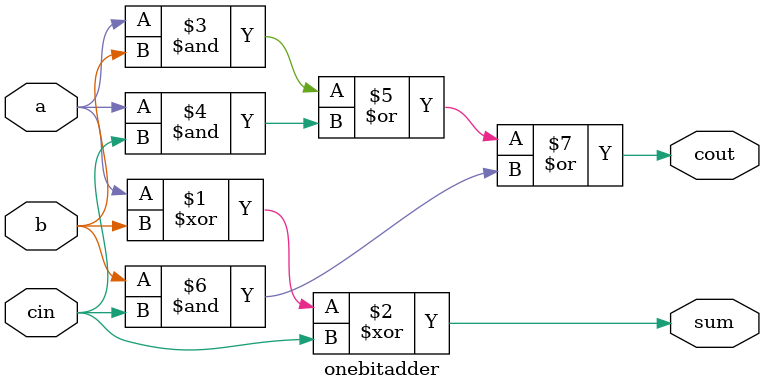
<source format=v>
`timescale 1ns / 1ps
module onebitadder(
input a, b, cin,
output sum, cout
    );
assign sum = a^b^cin;
assign cout = (a&b)|(a&cin)|(b&cin);

endmodule


</source>
